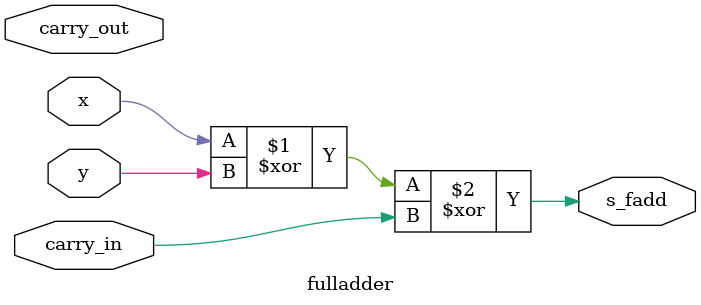
<source format=v>

`timescale 1ns / 1ps

module fulladder(
    input x,
    input y,
    input carry_in,
    output s_fadd,
    input carry_out
    );
    
    assign s_fadd = x ^ y ^ carry_in;
    assign carry_out = (x&y) | (y&carry_in) | (x&carry_in);
endmodule

</source>
